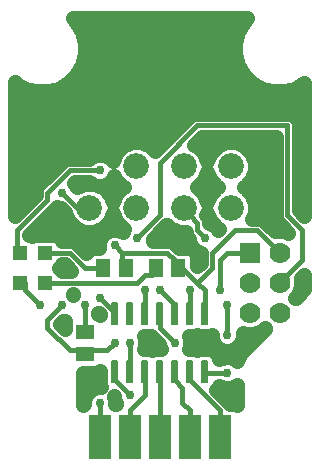
<source format=gtl>
G75*
%MOIN*%
%OFA0B0*%
%FSLAX25Y25*%
%IPPOS*%
%LPD*%
%AMOC8*
5,1,8,0,0,1.08239X$1,22.5*
%
%ADD10R,0.07600X0.15000*%
%ADD11C,0.08600*%
%ADD12C,0.00591*%
%ADD13R,0.07000X0.07000*%
%ADD14C,0.07000*%
%ADD15R,0.04724X0.04724*%
%ADD16R,0.05118X0.05906*%
%ADD17R,0.05906X0.05118*%
%ADD18C,0.01600*%
%ADD19C,0.02978*%
%ADD20C,0.05000*%
D10*
X0038500Y0012000D03*
X0048500Y0012000D03*
X0058500Y0012000D03*
X0068500Y0012000D03*
X0078500Y0012000D03*
D11*
X0082244Y0088500D03*
X0082244Y0102280D03*
X0066496Y0102280D03*
X0066496Y0088500D03*
X0050748Y0088500D03*
X0050748Y0102280D03*
X0035000Y0088500D03*
D12*
X0042614Y0056610D02*
X0042614Y0049720D01*
X0042614Y0056610D02*
X0044386Y0056610D01*
X0044386Y0049720D01*
X0042614Y0049720D01*
X0042614Y0050310D02*
X0044386Y0050310D01*
X0044386Y0050900D02*
X0042614Y0050900D01*
X0042614Y0051490D02*
X0044386Y0051490D01*
X0044386Y0052080D02*
X0042614Y0052080D01*
X0042614Y0052670D02*
X0044386Y0052670D01*
X0044386Y0053260D02*
X0042614Y0053260D01*
X0042614Y0053850D02*
X0044386Y0053850D01*
X0044386Y0054440D02*
X0042614Y0054440D01*
X0042614Y0055030D02*
X0044386Y0055030D01*
X0044386Y0055620D02*
X0042614Y0055620D01*
X0042614Y0056210D02*
X0044386Y0056210D01*
X0047614Y0056610D02*
X0047614Y0049720D01*
X0047614Y0056610D02*
X0049386Y0056610D01*
X0049386Y0049720D01*
X0047614Y0049720D01*
X0047614Y0050310D02*
X0049386Y0050310D01*
X0049386Y0050900D02*
X0047614Y0050900D01*
X0047614Y0051490D02*
X0049386Y0051490D01*
X0049386Y0052080D02*
X0047614Y0052080D01*
X0047614Y0052670D02*
X0049386Y0052670D01*
X0049386Y0053260D02*
X0047614Y0053260D01*
X0047614Y0053850D02*
X0049386Y0053850D01*
X0049386Y0054440D02*
X0047614Y0054440D01*
X0047614Y0055030D02*
X0049386Y0055030D01*
X0049386Y0055620D02*
X0047614Y0055620D01*
X0047614Y0056210D02*
X0049386Y0056210D01*
X0052614Y0056610D02*
X0052614Y0049720D01*
X0052614Y0056610D02*
X0054386Y0056610D01*
X0054386Y0049720D01*
X0052614Y0049720D01*
X0052614Y0050310D02*
X0054386Y0050310D01*
X0054386Y0050900D02*
X0052614Y0050900D01*
X0052614Y0051490D02*
X0054386Y0051490D01*
X0054386Y0052080D02*
X0052614Y0052080D01*
X0052614Y0052670D02*
X0054386Y0052670D01*
X0054386Y0053260D02*
X0052614Y0053260D01*
X0052614Y0053850D02*
X0054386Y0053850D01*
X0054386Y0054440D02*
X0052614Y0054440D01*
X0052614Y0055030D02*
X0054386Y0055030D01*
X0054386Y0055620D02*
X0052614Y0055620D01*
X0052614Y0056210D02*
X0054386Y0056210D01*
X0057614Y0056610D02*
X0057614Y0049720D01*
X0057614Y0056610D02*
X0059386Y0056610D01*
X0059386Y0049720D01*
X0057614Y0049720D01*
X0057614Y0050310D02*
X0059386Y0050310D01*
X0059386Y0050900D02*
X0057614Y0050900D01*
X0057614Y0051490D02*
X0059386Y0051490D01*
X0059386Y0052080D02*
X0057614Y0052080D01*
X0057614Y0052670D02*
X0059386Y0052670D01*
X0059386Y0053260D02*
X0057614Y0053260D01*
X0057614Y0053850D02*
X0059386Y0053850D01*
X0059386Y0054440D02*
X0057614Y0054440D01*
X0057614Y0055030D02*
X0059386Y0055030D01*
X0059386Y0055620D02*
X0057614Y0055620D01*
X0057614Y0056210D02*
X0059386Y0056210D01*
X0062614Y0056610D02*
X0062614Y0049720D01*
X0062614Y0056610D02*
X0064386Y0056610D01*
X0064386Y0049720D01*
X0062614Y0049720D01*
X0062614Y0050310D02*
X0064386Y0050310D01*
X0064386Y0050900D02*
X0062614Y0050900D01*
X0062614Y0051490D02*
X0064386Y0051490D01*
X0064386Y0052080D02*
X0062614Y0052080D01*
X0062614Y0052670D02*
X0064386Y0052670D01*
X0064386Y0053260D02*
X0062614Y0053260D01*
X0062614Y0053850D02*
X0064386Y0053850D01*
X0064386Y0054440D02*
X0062614Y0054440D01*
X0062614Y0055030D02*
X0064386Y0055030D01*
X0064386Y0055620D02*
X0062614Y0055620D01*
X0062614Y0056210D02*
X0064386Y0056210D01*
X0067614Y0056610D02*
X0067614Y0049720D01*
X0067614Y0056610D02*
X0069386Y0056610D01*
X0069386Y0049720D01*
X0067614Y0049720D01*
X0067614Y0050310D02*
X0069386Y0050310D01*
X0069386Y0050900D02*
X0067614Y0050900D01*
X0067614Y0051490D02*
X0069386Y0051490D01*
X0069386Y0052080D02*
X0067614Y0052080D01*
X0067614Y0052670D02*
X0069386Y0052670D01*
X0069386Y0053260D02*
X0067614Y0053260D01*
X0067614Y0053850D02*
X0069386Y0053850D01*
X0069386Y0054440D02*
X0067614Y0054440D01*
X0067614Y0055030D02*
X0069386Y0055030D01*
X0069386Y0055620D02*
X0067614Y0055620D01*
X0067614Y0056210D02*
X0069386Y0056210D01*
X0072614Y0056610D02*
X0072614Y0049720D01*
X0072614Y0056610D02*
X0074386Y0056610D01*
X0074386Y0049720D01*
X0072614Y0049720D01*
X0072614Y0050310D02*
X0074386Y0050310D01*
X0074386Y0050900D02*
X0072614Y0050900D01*
X0072614Y0051490D02*
X0074386Y0051490D01*
X0074386Y0052080D02*
X0072614Y0052080D01*
X0072614Y0052670D02*
X0074386Y0052670D01*
X0074386Y0053260D02*
X0072614Y0053260D01*
X0072614Y0053850D02*
X0074386Y0053850D01*
X0074386Y0054440D02*
X0072614Y0054440D01*
X0072614Y0055030D02*
X0074386Y0055030D01*
X0074386Y0055620D02*
X0072614Y0055620D01*
X0072614Y0056210D02*
X0074386Y0056210D01*
X0072614Y0037280D02*
X0072614Y0030390D01*
X0072614Y0037280D02*
X0074386Y0037280D01*
X0074386Y0030390D01*
X0072614Y0030390D01*
X0072614Y0030980D02*
X0074386Y0030980D01*
X0074386Y0031570D02*
X0072614Y0031570D01*
X0072614Y0032160D02*
X0074386Y0032160D01*
X0074386Y0032750D02*
X0072614Y0032750D01*
X0072614Y0033340D02*
X0074386Y0033340D01*
X0074386Y0033930D02*
X0072614Y0033930D01*
X0072614Y0034520D02*
X0074386Y0034520D01*
X0074386Y0035110D02*
X0072614Y0035110D01*
X0072614Y0035700D02*
X0074386Y0035700D01*
X0074386Y0036290D02*
X0072614Y0036290D01*
X0072614Y0036880D02*
X0074386Y0036880D01*
X0067614Y0037280D02*
X0067614Y0030390D01*
X0067614Y0037280D02*
X0069386Y0037280D01*
X0069386Y0030390D01*
X0067614Y0030390D01*
X0067614Y0030980D02*
X0069386Y0030980D01*
X0069386Y0031570D02*
X0067614Y0031570D01*
X0067614Y0032160D02*
X0069386Y0032160D01*
X0069386Y0032750D02*
X0067614Y0032750D01*
X0067614Y0033340D02*
X0069386Y0033340D01*
X0069386Y0033930D02*
X0067614Y0033930D01*
X0067614Y0034520D02*
X0069386Y0034520D01*
X0069386Y0035110D02*
X0067614Y0035110D01*
X0067614Y0035700D02*
X0069386Y0035700D01*
X0069386Y0036290D02*
X0067614Y0036290D01*
X0067614Y0036880D02*
X0069386Y0036880D01*
X0062614Y0037280D02*
X0062614Y0030390D01*
X0062614Y0037280D02*
X0064386Y0037280D01*
X0064386Y0030390D01*
X0062614Y0030390D01*
X0062614Y0030980D02*
X0064386Y0030980D01*
X0064386Y0031570D02*
X0062614Y0031570D01*
X0062614Y0032160D02*
X0064386Y0032160D01*
X0064386Y0032750D02*
X0062614Y0032750D01*
X0062614Y0033340D02*
X0064386Y0033340D01*
X0064386Y0033930D02*
X0062614Y0033930D01*
X0062614Y0034520D02*
X0064386Y0034520D01*
X0064386Y0035110D02*
X0062614Y0035110D01*
X0062614Y0035700D02*
X0064386Y0035700D01*
X0064386Y0036290D02*
X0062614Y0036290D01*
X0062614Y0036880D02*
X0064386Y0036880D01*
X0057614Y0037280D02*
X0057614Y0030390D01*
X0057614Y0037280D02*
X0059386Y0037280D01*
X0059386Y0030390D01*
X0057614Y0030390D01*
X0057614Y0030980D02*
X0059386Y0030980D01*
X0059386Y0031570D02*
X0057614Y0031570D01*
X0057614Y0032160D02*
X0059386Y0032160D01*
X0059386Y0032750D02*
X0057614Y0032750D01*
X0057614Y0033340D02*
X0059386Y0033340D01*
X0059386Y0033930D02*
X0057614Y0033930D01*
X0057614Y0034520D02*
X0059386Y0034520D01*
X0059386Y0035110D02*
X0057614Y0035110D01*
X0057614Y0035700D02*
X0059386Y0035700D01*
X0059386Y0036290D02*
X0057614Y0036290D01*
X0057614Y0036880D02*
X0059386Y0036880D01*
X0052614Y0037280D02*
X0052614Y0030390D01*
X0052614Y0037280D02*
X0054386Y0037280D01*
X0054386Y0030390D01*
X0052614Y0030390D01*
X0052614Y0030980D02*
X0054386Y0030980D01*
X0054386Y0031570D02*
X0052614Y0031570D01*
X0052614Y0032160D02*
X0054386Y0032160D01*
X0054386Y0032750D02*
X0052614Y0032750D01*
X0052614Y0033340D02*
X0054386Y0033340D01*
X0054386Y0033930D02*
X0052614Y0033930D01*
X0052614Y0034520D02*
X0054386Y0034520D01*
X0054386Y0035110D02*
X0052614Y0035110D01*
X0052614Y0035700D02*
X0054386Y0035700D01*
X0054386Y0036290D02*
X0052614Y0036290D01*
X0052614Y0036880D02*
X0054386Y0036880D01*
X0047614Y0037280D02*
X0047614Y0030390D01*
X0047614Y0037280D02*
X0049386Y0037280D01*
X0049386Y0030390D01*
X0047614Y0030390D01*
X0047614Y0030980D02*
X0049386Y0030980D01*
X0049386Y0031570D02*
X0047614Y0031570D01*
X0047614Y0032160D02*
X0049386Y0032160D01*
X0049386Y0032750D02*
X0047614Y0032750D01*
X0047614Y0033340D02*
X0049386Y0033340D01*
X0049386Y0033930D02*
X0047614Y0033930D01*
X0047614Y0034520D02*
X0049386Y0034520D01*
X0049386Y0035110D02*
X0047614Y0035110D01*
X0047614Y0035700D02*
X0049386Y0035700D01*
X0049386Y0036290D02*
X0047614Y0036290D01*
X0047614Y0036880D02*
X0049386Y0036880D01*
X0042614Y0037280D02*
X0042614Y0030390D01*
X0042614Y0037280D02*
X0044386Y0037280D01*
X0044386Y0030390D01*
X0042614Y0030390D01*
X0042614Y0030980D02*
X0044386Y0030980D01*
X0044386Y0031570D02*
X0042614Y0031570D01*
X0042614Y0032160D02*
X0044386Y0032160D01*
X0044386Y0032750D02*
X0042614Y0032750D01*
X0042614Y0033340D02*
X0044386Y0033340D01*
X0044386Y0033930D02*
X0042614Y0033930D01*
X0042614Y0034520D02*
X0044386Y0034520D01*
X0044386Y0035110D02*
X0042614Y0035110D01*
X0042614Y0035700D02*
X0044386Y0035700D01*
X0044386Y0036290D02*
X0042614Y0036290D01*
X0042614Y0036880D02*
X0044386Y0036880D01*
D13*
X0088500Y0073500D03*
D14*
X0088500Y0063500D03*
X0088500Y0053500D03*
X0098500Y0053500D03*
X0098500Y0063500D03*
X0098500Y0073500D03*
D15*
X0020134Y0073500D03*
X0020134Y0063500D03*
X0011866Y0063500D03*
X0011866Y0073500D03*
D16*
X0039760Y0068500D03*
X0047240Y0068500D03*
X0057260Y0068500D03*
X0064740Y0068500D03*
D17*
X0033500Y0047240D03*
X0033500Y0039760D03*
D18*
X0033500Y0041000D02*
X0028500Y0041000D01*
X0021000Y0048500D01*
X0021000Y0051000D01*
X0026000Y0056000D01*
X0020134Y0063500D02*
X0051000Y0063500D01*
X0053500Y0066000D01*
X0056000Y0066000D01*
X0056000Y0068500D01*
X0057260Y0068500D01*
X0061000Y0073500D02*
X0046000Y0073500D01*
X0043500Y0076000D01*
X0046000Y0073500D02*
X0046000Y0068500D01*
X0047240Y0068500D01*
X0053500Y0061000D02*
X0053500Y0053165D01*
X0058500Y0053165D02*
X0058500Y0048500D01*
X0063500Y0043500D01*
X0063500Y0033835D02*
X0063500Y0031000D01*
X0066000Y0028500D01*
X0066000Y0023500D01*
X0068500Y0021000D01*
X0068500Y0012000D01*
X0058500Y0012000D02*
X0058500Y0033835D01*
X0053500Y0033835D02*
X0053500Y0026000D01*
X0048500Y0021000D01*
X0048500Y0012000D01*
X0038500Y0012000D02*
X0038500Y0023500D01*
X0043500Y0031000D02*
X0048500Y0026000D01*
X0043500Y0031000D02*
X0043500Y0033835D01*
X0048500Y0033835D02*
X0048500Y0043500D01*
X0043500Y0043500D02*
X0041000Y0041000D01*
X0033500Y0041000D01*
X0033500Y0039760D01*
X0033500Y0047240D02*
X0033500Y0056000D01*
X0038500Y0058500D02*
X0043500Y0053500D01*
X0043500Y0053165D01*
X0039760Y0068500D02*
X0033500Y0068500D01*
X0028500Y0073500D01*
X0020134Y0073500D01*
X0013500Y0063500D02*
X0011866Y0063500D01*
X0013500Y0063500D02*
X0013500Y0061000D01*
X0018500Y0056000D01*
X0011866Y0073500D02*
X0011000Y0073500D01*
X0011000Y0081000D01*
X0021000Y0091000D01*
X0021000Y0093500D01*
X0028500Y0101000D01*
X0038500Y0101000D01*
X0035000Y0088500D02*
X0031000Y0088500D01*
X0026000Y0093500D01*
X0051000Y0078500D02*
X0058500Y0086000D01*
X0058500Y0103500D01*
X0071000Y0116000D01*
X0101000Y0116000D01*
X0101000Y0086000D01*
X0106000Y0081000D01*
X0106000Y0071000D01*
X0101000Y0066000D01*
X0098500Y0066000D01*
X0098500Y0063500D01*
X0098500Y0073500D02*
X0091000Y0081000D01*
X0083500Y0081000D01*
X0076000Y0073500D01*
X0076000Y0068500D01*
X0071000Y0063500D01*
X0066000Y0068500D01*
X0064740Y0068500D01*
X0063500Y0068500D01*
X0063500Y0071000D01*
X0061000Y0073500D01*
X0071000Y0081000D02*
X0071000Y0083500D01*
X0068500Y0086000D01*
X0068500Y0088500D01*
X0066496Y0088500D01*
X0071000Y0081000D02*
X0073500Y0078500D01*
X0081000Y0073500D02*
X0078500Y0071000D01*
X0078500Y0061000D01*
X0081000Y0056000D02*
X0081000Y0046000D01*
X0073500Y0053165D02*
X0073500Y0061000D01*
X0071000Y0063500D01*
X0068500Y0061000D02*
X0068500Y0053165D01*
X0063500Y0053165D02*
X0063500Y0056000D01*
X0058500Y0061000D01*
X0068500Y0033835D02*
X0068500Y0031000D01*
X0078500Y0021000D01*
X0078500Y0012000D01*
X0081000Y0033500D02*
X0073500Y0033500D01*
X0073500Y0033835D01*
X0081000Y0073500D02*
X0088500Y0073500D01*
D19*
X0078500Y0061000D03*
X0081000Y0056000D03*
X0081000Y0046000D03*
X0081000Y0033500D03*
X0063500Y0043500D03*
X0058500Y0061000D03*
X0053500Y0061000D03*
X0043500Y0076000D03*
X0051000Y0078500D03*
X0038500Y0058500D03*
X0033500Y0056000D03*
X0026000Y0056000D03*
X0018500Y0056000D03*
X0038500Y0023500D03*
X0048500Y0026000D03*
X0048500Y0043500D03*
X0043500Y0043500D03*
X0068500Y0061000D03*
X0073500Y0078500D03*
X0038500Y0101000D03*
X0026000Y0093500D03*
D20*
X0030818Y0095427D02*
X0030399Y0096439D01*
X0029927Y0096911D01*
X0030115Y0097100D01*
X0035062Y0097100D01*
X0035561Y0096601D01*
X0035805Y0096500D01*
X0033409Y0096500D01*
X0030818Y0095427D01*
X0025674Y0088311D02*
X0027000Y0086985D01*
X0027000Y0086909D01*
X0028218Y0083968D01*
X0030468Y0081718D01*
X0033409Y0080500D01*
X0036591Y0080500D01*
X0039532Y0081718D01*
X0041782Y0083968D01*
X0042874Y0086605D01*
X0043966Y0083968D01*
X0046216Y0081718D01*
X0046685Y0081524D01*
X0046601Y0081439D01*
X0046210Y0080494D01*
X0044532Y0081189D01*
X0042468Y0081189D01*
X0040561Y0080399D01*
X0039101Y0078939D01*
X0038311Y0077032D01*
X0038311Y0075153D01*
X0036465Y0075153D01*
X0035105Y0074589D01*
X0034064Y0073549D01*
X0034036Y0073480D01*
X0030709Y0076806D01*
X0029276Y0077400D01*
X0025864Y0077400D01*
X0025633Y0077958D01*
X0024592Y0078999D01*
X0023232Y0079562D01*
X0017036Y0079562D01*
X0016000Y0079133D01*
X0015044Y0079529D01*
X0023209Y0087694D01*
X0024161Y0088645D01*
X0024968Y0088311D01*
X0025674Y0088311D01*
X0024573Y0088475D02*
X0023990Y0088475D01*
X0028710Y0083476D02*
X0018992Y0083476D01*
X0012959Y0088475D02*
X0010300Y0088475D01*
X0010300Y0085815D02*
X0010300Y0130274D01*
X0010426Y0130148D01*
X0013704Y0128255D01*
X0017360Y0127276D01*
X0021144Y0127276D01*
X0024800Y0128255D01*
X0028078Y0130148D01*
X0030754Y0132824D01*
X0032646Y0136101D01*
X0033626Y0139757D01*
X0033626Y0143542D01*
X0032646Y0147198D01*
X0030754Y0150475D01*
X0029529Y0151700D01*
X0087715Y0151700D01*
X0086490Y0150475D01*
X0084598Y0147198D01*
X0083618Y0143542D01*
X0083618Y0139757D01*
X0084598Y0136101D01*
X0086490Y0132824D01*
X0089166Y0130148D01*
X0092444Y0128255D01*
X0096100Y0127276D01*
X0099884Y0127276D01*
X0103540Y0128255D01*
X0106700Y0130079D01*
X0106700Y0085815D01*
X0104900Y0087615D01*
X0104900Y0116776D01*
X0104306Y0118209D01*
X0103209Y0119306D01*
X0101776Y0119900D01*
X0070224Y0119900D01*
X0068791Y0119306D01*
X0067694Y0118209D01*
X0056913Y0107428D01*
X0055280Y0109062D01*
X0052339Y0110280D01*
X0049157Y0110280D01*
X0046216Y0109062D01*
X0043966Y0106811D01*
X0042812Y0104026D01*
X0041439Y0105399D01*
X0039532Y0106189D01*
X0037468Y0106189D01*
X0035561Y0105399D01*
X0035062Y0104900D01*
X0027724Y0104900D01*
X0026291Y0104306D01*
X0025194Y0103209D01*
X0017694Y0095709D01*
X0017100Y0094276D01*
X0017100Y0092615D01*
X0010300Y0085815D01*
X0010300Y0093473D02*
X0017100Y0093473D01*
X0020456Y0098472D02*
X0010300Y0098472D01*
X0010300Y0103470D02*
X0025455Y0103470D01*
X0038255Y0095811D02*
X0039532Y0095811D01*
X0041439Y0096601D01*
X0042899Y0098061D01*
X0043368Y0099192D01*
X0043966Y0097748D01*
X0046216Y0095497D01*
X0046476Y0095390D01*
X0046216Y0095282D01*
X0043966Y0093032D01*
X0042874Y0090395D01*
X0041782Y0093032D01*
X0039532Y0095282D01*
X0038255Y0095811D01*
X0041340Y0093473D02*
X0044408Y0093473D01*
X0043666Y0098472D02*
X0043069Y0098472D01*
X0045624Y0108469D02*
X0010300Y0108469D01*
X0010300Y0113467D02*
X0062952Y0113467D01*
X0057953Y0108469D02*
X0055873Y0108469D01*
X0067950Y0118466D02*
X0010300Y0118466D01*
X0010300Y0123464D02*
X0106700Y0123464D01*
X0106700Y0118466D02*
X0104050Y0118466D01*
X0104900Y0113467D02*
X0106700Y0113467D01*
X0106700Y0108469D02*
X0104900Y0108469D01*
X0104900Y0103470D02*
X0106700Y0103470D01*
X0106700Y0098472D02*
X0104900Y0098472D01*
X0104900Y0093473D02*
X0106700Y0093473D01*
X0106700Y0088475D02*
X0104900Y0088475D01*
X0098791Y0082694D02*
X0101387Y0080097D01*
X0099932Y0080700D01*
X0097068Y0080700D01*
X0096889Y0080626D01*
X0094306Y0083209D01*
X0093209Y0084306D01*
X0091776Y0084900D01*
X0089412Y0084900D01*
X0090244Y0086909D01*
X0090244Y0090091D01*
X0089026Y0093032D01*
X0086776Y0095282D01*
X0086516Y0095390D01*
X0086776Y0095497D01*
X0089026Y0097748D01*
X0090244Y0100688D01*
X0090244Y0103871D01*
X0089026Y0106811D01*
X0086776Y0109062D01*
X0083835Y0110280D01*
X0080653Y0110280D01*
X0077712Y0109062D01*
X0075462Y0106811D01*
X0074370Y0104175D01*
X0073278Y0106811D01*
X0071028Y0109062D01*
X0070002Y0109486D01*
X0072615Y0112100D01*
X0097100Y0112100D01*
X0097100Y0085224D01*
X0097694Y0083791D01*
X0098791Y0082694D01*
X0098791Y0082694D01*
X0098008Y0083476D02*
X0094039Y0083476D01*
X0097100Y0088475D02*
X0090244Y0088475D01*
X0088585Y0093473D02*
X0097100Y0093473D01*
X0097100Y0098472D02*
X0089326Y0098472D01*
X0090244Y0103470D02*
X0097100Y0103470D01*
X0097100Y0108469D02*
X0087369Y0108469D01*
X0075462Y0097748D02*
X0077712Y0095497D01*
X0077972Y0095390D01*
X0077712Y0095282D01*
X0075462Y0093032D01*
X0074370Y0090395D01*
X0073278Y0093032D01*
X0071028Y0095282D01*
X0070768Y0095390D01*
X0071028Y0095497D01*
X0073278Y0097748D01*
X0074370Y0100384D01*
X0075462Y0097748D01*
X0075162Y0098472D02*
X0073578Y0098472D01*
X0072837Y0093473D02*
X0075904Y0093473D01*
X0074370Y0086605D02*
X0074089Y0085926D01*
X0074306Y0085709D01*
X0074900Y0084276D01*
X0074900Y0083537D01*
X0076439Y0082899D01*
X0077899Y0081439D01*
X0078053Y0081068D01*
X0078413Y0081428D01*
X0077712Y0081718D01*
X0075462Y0083968D01*
X0074370Y0086605D01*
X0075046Y0083476D02*
X0075954Y0083476D01*
X0068311Y0077468D02*
X0069101Y0075561D01*
X0070561Y0074101D01*
X0072100Y0073463D01*
X0072100Y0070115D01*
X0071000Y0069015D01*
X0070999Y0069016D01*
X0070999Y0072189D01*
X0070436Y0073549D01*
X0069395Y0074589D01*
X0068035Y0075153D01*
X0064863Y0075153D01*
X0064306Y0075709D01*
X0063209Y0076806D01*
X0061776Y0077400D01*
X0056161Y0077400D01*
X0056189Y0077468D01*
X0056189Y0078174D01*
X0060709Y0082694D01*
X0060849Y0082833D01*
X0061964Y0081718D01*
X0064905Y0080500D01*
X0067100Y0080500D01*
X0067100Y0080224D01*
X0067694Y0078791D01*
X0068311Y0078174D01*
X0068311Y0077468D01*
X0068007Y0078478D02*
X0056493Y0078478D01*
X0044458Y0083476D02*
X0041290Y0083476D01*
X0038910Y0078478D02*
X0025113Y0078478D01*
X0025864Y0069600D02*
X0025633Y0069042D01*
X0025091Y0068500D01*
X0025633Y0067958D01*
X0025864Y0067400D01*
X0029085Y0067400D01*
X0026885Y0069600D01*
X0025864Y0069600D01*
X0025110Y0068481D02*
X0028004Y0068481D01*
X0029738Y0059600D02*
X0029762Y0059600D01*
X0029750Y0059588D01*
X0029738Y0059600D01*
X0026962Y0050811D02*
X0026847Y0050535D01*
X0026847Y0048168D01*
X0025265Y0049750D01*
X0026326Y0050811D01*
X0026962Y0050811D01*
X0026847Y0048487D02*
X0026529Y0048487D01*
X0032800Y0033501D02*
X0037189Y0033501D01*
X0038549Y0034064D01*
X0038619Y0034134D01*
X0038619Y0029595D01*
X0038994Y0028689D01*
X0037468Y0028689D01*
X0035561Y0027899D01*
X0034101Y0026439D01*
X0033311Y0024532D01*
X0033311Y0022930D01*
X0032800Y0022718D01*
X0032800Y0033501D01*
X0032800Y0033491D02*
X0038619Y0033491D01*
X0036994Y0028493D02*
X0032800Y0028493D01*
X0032800Y0023494D02*
X0033311Y0023494D01*
X0043149Y0025835D02*
X0043311Y0025445D01*
X0043311Y0025674D01*
X0043149Y0025835D01*
X0043689Y0024055D02*
X0044043Y0023200D01*
X0043964Y0023200D01*
X0043689Y0023086D01*
X0043689Y0024055D01*
X0043689Y0023494D02*
X0043921Y0023494D01*
X0053195Y0041275D02*
X0053689Y0042468D01*
X0053689Y0044532D01*
X0053195Y0045725D01*
X0055181Y0045725D01*
X0055590Y0045895D01*
X0058311Y0043174D01*
X0058311Y0042468D01*
X0058805Y0041275D01*
X0056819Y0041275D01*
X0056000Y0040935D01*
X0055181Y0041275D01*
X0053195Y0041275D01*
X0053689Y0043488D02*
X0057996Y0043488D01*
X0068195Y0041275D02*
X0068689Y0042468D01*
X0068689Y0044532D01*
X0068195Y0045725D01*
X0070181Y0045725D01*
X0071000Y0046065D01*
X0071819Y0045725D01*
X0075181Y0045725D01*
X0075811Y0045986D01*
X0075811Y0044968D01*
X0076601Y0043061D01*
X0078061Y0041601D01*
X0079968Y0040811D01*
X0082032Y0040811D01*
X0083939Y0041601D01*
X0085399Y0043061D01*
X0086189Y0044968D01*
X0086189Y0046664D01*
X0087068Y0046300D01*
X0089932Y0046300D01*
X0092578Y0047396D01*
X0093500Y0048318D01*
X0093601Y0048217D01*
X0087148Y0041765D01*
X0085235Y0039852D01*
X0084284Y0037555D01*
X0083939Y0037899D01*
X0082032Y0038689D01*
X0079968Y0038689D01*
X0078381Y0038032D01*
X0078381Y0038074D01*
X0077773Y0039543D01*
X0076649Y0040667D01*
X0075181Y0041275D01*
X0071819Y0041275D01*
X0071000Y0040935D01*
X0070181Y0041275D01*
X0068195Y0041275D01*
X0068689Y0043488D02*
X0076424Y0043488D01*
X0078209Y0038490D02*
X0079486Y0038490D01*
X0082514Y0038490D02*
X0084671Y0038490D01*
X0085576Y0043488D02*
X0088871Y0043488D01*
X0084200Y0029362D02*
X0084200Y0022718D01*
X0083036Y0023200D01*
X0081810Y0023200D01*
X0081806Y0023209D01*
X0080709Y0024306D01*
X0077331Y0027685D01*
X0077773Y0028127D01*
X0078159Y0029060D01*
X0079968Y0028311D01*
X0082032Y0028311D01*
X0083939Y0029101D01*
X0084200Y0029362D01*
X0084200Y0028493D02*
X0082470Y0028493D01*
X0079530Y0028493D02*
X0077924Y0028493D01*
X0081521Y0023494D02*
X0084200Y0023494D01*
X0103783Y0058399D02*
X0103682Y0058500D01*
X0104604Y0059422D01*
X0105700Y0062068D01*
X0105700Y0064932D01*
X0105626Y0065111D01*
X0106700Y0066185D01*
X0106700Y0061317D01*
X0103783Y0058399D01*
X0103699Y0058484D02*
X0103867Y0058484D01*
X0105700Y0063482D02*
X0106700Y0063482D01*
X0077120Y0108469D02*
X0071621Y0108469D01*
X0086122Y0133461D02*
X0031122Y0133461D01*
X0033278Y0138460D02*
X0083966Y0138460D01*
X0083618Y0143458D02*
X0033626Y0143458D01*
X0031919Y0148457D02*
X0085325Y0148457D01*
X0092084Y0128463D02*
X0025160Y0128463D01*
X0013344Y0128463D02*
X0010300Y0128463D01*
X0038003Y0053311D02*
X0038174Y0053311D01*
X0038619Y0052866D01*
X0038619Y0052866D01*
X0038549Y0052936D01*
X0037950Y0053184D01*
X0038003Y0053311D01*
X0070465Y0073479D02*
X0072062Y0073479D01*
X0103900Y0128463D02*
X0106700Y0128463D01*
M02*

</source>
